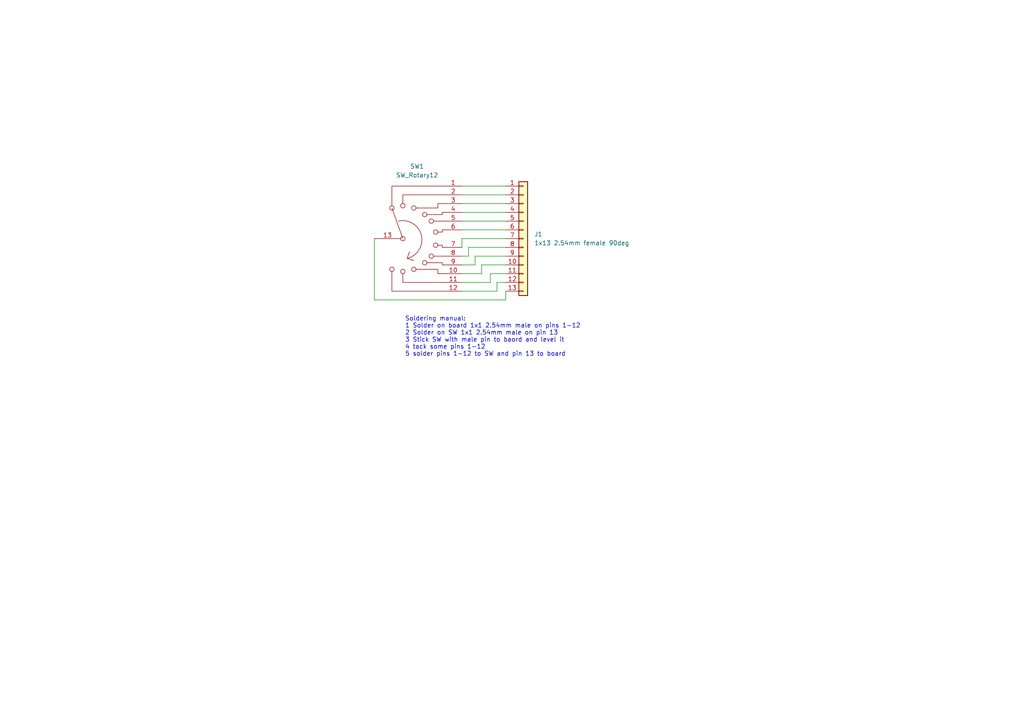
<source format=kicad_sch>
(kicad_sch (version 20211123) (generator eeschema)
  (paper "A4")
  (lib_symbols
    (symbol "Connector_Generic:Conn_01x13" (pin_names (offset 1.016) hide)
      (property "Reference" "J" (at 0 17.78 0))
      (property "Value" "Conn_01x13" (at 0 -17.78 0))
      (symbol "Conn_01x13_1_1"
        (rectangle (start -1.27 -15.113) (end 0 -15.367) (stroke (width 0.1524)))
        (rectangle (start -1.27 -12.573) (end 0 -12.827) (stroke (width 0.1524)))
        (rectangle (start -1.27 -10.033) (end 0 -10.287) (stroke (width 0.1524)))
        (rectangle (start -1.27 -7.493) (end 0 -7.747) (stroke (width 0.1524)))
        (rectangle (start -1.27 -4.953) (end 0 -5.207) (stroke (width 0.1524)))
        (rectangle (start -1.27 -2.413) (end 0 -2.667) (stroke (width 0.1524)))
        (rectangle (start -1.27 0.127) (end 0 -0.127) (stroke (width 0.1524)))
        (rectangle (start -1.27 2.667) (end 0 2.413) (stroke (width 0.1524)))
        (rectangle (start -1.27 5.207) (end 0 4.953) (stroke (width 0.1524)))
        (rectangle (start -1.27 7.747) (end 0 7.493) (stroke (width 0.1524)))
        (rectangle (start -1.27 10.287) (end 0 10.033) (stroke (width 0.1524)))
        (rectangle (start -1.27 12.827) (end 0 12.573) (stroke (width 0.1524)))
        (rectangle (start -1.27 15.367) (end 0 15.113) (stroke (width 0.1524)))
        (rectangle (start -1.27 16.51) (end 1.27 -16.51) (stroke (width 0.254)) (fill (type background)))
        (pin passive line (at -5.08 15.24 0) (length 3.81) (name "Pin_1") (number "1"))
        (pin passive line (at -5.08 -7.62 0) (length 3.81) (name "Pin_10") (number "10"))
        (pin passive line (at -5.08 -10.16 0) (length 3.81) (name "Pin_11") (number "11"))
        (pin passive line (at -5.08 -12.7 0) (length 3.81) (name "Pin_12") (number "12"))
        (pin passive line (at -5.08 -15.24 0) (length 3.81) (name "Pin_13") (number "13"))
        (pin passive line (at -5.08 12.7 0) (length 3.81) (name "Pin_2") (number "2"))
        (pin passive line (at -5.08 10.16 0) (length 3.81) (name "Pin_3") (number "3"))
        (pin passive line (at -5.08 7.62 0) (length 3.81) (name "Pin_4") (number "4"))
        (pin passive line (at -5.08 5.08 0) (length 3.81) (name "Pin_5") (number "5"))
        (pin passive line (at -5.08 2.54 0) (length 3.81) (name "Pin_6") (number "6"))
        (pin passive line (at -5.08 0 0) (length 3.81) (name "Pin_7") (number "7"))
        (pin passive line (at -5.08 -2.54 0) (length 3.81) (name "Pin_8") (number "8"))
        (pin passive line (at -5.08 -5.08 0) (length 3.81) (name "Pin_9") (number "9"))
      )
    )
    (symbol "Switch:SW_Rotary12" (pin_names (offset 1.016) hide)
      (property "Reference" "SW" (at 0 17.78 0))
      (property "Value" "SW_Rotary12" (at 0 -17.78 0))
      (symbol "SW_Rotary12_0_0"
        (circle (center -10.16 -8.89) (radius 0.635))
        (circle (center -10.16 8.89) (radius 0.635))
        (circle (center -6.985 -9.525) (radius 0.635))
        (circle (center -6.985 0) (radius 0.635))
        (circle (center -6.985 9.525) (radius 0.635))
        (arc (start -5.715 -5.715) (mid -1.5995 0.937) (end -8.255 5.08))
        (circle (center -3.81 -8.89) (radius 0.635))
        (circle (center -3.81 8.89) (radius 0.635))
        (circle (center -0.635 -6.985) (radius 0.635))
        (circle (center -0.635 6.985) (radius 0.635))
        (polyline (pts (xy -6.985 0) (xy -10.16 8.89)))
        (polyline (pts (xy -5.715 -5.715) (xy -5.08 -3.81)))
        (polyline (pts (xy -5.715 -5.715) (xy -3.81 -6.35)))
        (polyline (pts (xy 1.905 -5.08) (xy 5.08 -5.08)))
        (polyline (pts (xy 1.905 5.08) (xy 5.08 5.08)))
        (polyline (pts (xy -10.16 -9.525) (xy -10.16 -15.24) (xy 5.08 -15.24)))
        (polyline (pts (xy -10.16 9.525) (xy -10.16 15.24) (xy 5.08 15.24)))
        (polyline (pts (xy -6.985 -10.16) (xy -6.985 -12.7) (xy 5.08 -12.7)))
        (polyline (pts (xy -6.985 10.16) (xy -6.985 12.7) (xy 5.08 12.7)))
        (polyline (pts (xy -3.175 -8.89) (xy 3.175 -8.89) (xy 3.175 -10.16) (xy 5.08 -10.16)))
        (polyline (pts (xy -3.175 8.89) (xy 3.175 8.89) (xy 3.175 10.16) (xy 5.08 10.16)))
        (polyline (pts (xy 0 -6.985) (xy 4.445 -6.985) (xy 4.445 -7.62) (xy 5.08 -7.62)))
        (polyline (pts (xy 0 6.985) (xy 4.445 6.985) (xy 4.445 7.62) (xy 5.08 7.62)))
        (polyline (pts (xy 3.175 -1.905) (xy 4.445 -1.905) (xy 4.445 -2.54) (xy 5.08 -2.54)))
        (polyline (pts (xy 3.175 1.905) (xy 4.445 1.905) (xy 4.445 2.54) (xy 5.08 2.54)))
        (circle (center 1.27 -5.08) (radius 0.635))
        (circle (center 1.27 5.08) (radius 0.635))
        (circle (center 2.54 -1.905) (radius 0.635))
        (circle (center 2.54 1.905) (radius 0.635))
      )
      (symbol "SW_Rotary12_0_1"
        (pin passive line (at 10.16 15.24 180) (length 5.08) (name "1") (number "1"))
        (pin passive line (at 10.16 -10.16 180) (length 5.08) (name "10") (number "10"))
        (pin passive line (at 10.16 -12.7 180) (length 5.08) (name "11") (number "11"))
        (pin passive line (at 10.16 -15.24 180) (length 5.08) (name "12") (number "12"))
        (pin passive line (at -15.24 0 0) (length 7.62) (name "13") (number "13"))
        (pin passive line (at 10.16 12.7 180) (length 5.08) (name "2") (number "2"))
        (pin passive line (at 10.16 10.16 180) (length 5.08) (name "3") (number "3"))
        (pin passive line (at 10.16 7.62 180) (length 5.08) (name "4") (number "4"))
        (pin passive line (at 10.16 5.08 180) (length 5.08) (name "5") (number "5"))
        (pin passive line (at 10.16 2.54 180) (length 5.08) (name "6") (number "6"))
        (pin passive line (at 10.16 -2.54 180) (length 5.08) (name "7") (number "7"))
        (pin passive line (at 10.16 -5.08 180) (length 5.08) (name "8") (number "8"))
        (pin passive line (at 10.16 -7.62 180) (length 5.08) (name "9") (number "9"))
      )
    )
  )
  (wire (pts (xy 133.985 61.595) (xy 146.685 61.595)))
  (wire (pts (xy 108.585 86.995) (xy 108.585 69.215)))
  (wire (pts (xy 142.24 79.375) (xy 146.685 79.375)))
  (wire (pts (xy 142.24 81.915) (xy 142.24 79.375)))
  (wire (pts (xy 133.985 64.135) (xy 146.685 64.135)))
  (wire (pts (xy 133.985 66.675) (xy 146.685 66.675)))
  (wire (pts (xy 144.145 84.455) (xy 144.145 81.915)))
  (wire (pts (xy 133.985 69.215) (xy 146.685 69.215)))
  (wire (pts (xy 133.985 81.915) (xy 142.24 81.915)))
  (wire (pts (xy 139.7 79.375) (xy 139.7 76.835)))
  (wire (pts (xy 135.89 74.295) (xy 135.89 71.755)))
  (wire (pts (xy 139.7 76.835) (xy 146.685 76.835)))
  (wire (pts (xy 137.795 76.835) (xy 137.795 74.295)))
  (wire (pts (xy 133.985 76.835) (xy 137.795 76.835)))
  (wire (pts (xy 133.985 59.055) (xy 146.685 59.055)))
  (wire (pts (xy 144.145 81.915) (xy 146.685 81.915)))
  (wire (pts (xy 146.685 86.995) (xy 108.585 86.995)))
  (wire (pts (xy 133.985 53.975) (xy 146.685 53.975)))
  (wire (pts (xy 133.985 56.515) (xy 146.685 56.515)))
  (wire (pts (xy 137.795 74.295) (xy 146.685 74.295)))
  (wire (pts (xy 135.89 71.755) (xy 146.685 71.755)))
  (wire (pts (xy 133.985 74.295) (xy 135.89 74.295)))
  (wire (pts (xy 133.985 79.375) (xy 139.7 79.375)))
  (wire (pts (xy 133.985 71.755) (xy 133.985 69.215)))
  (wire (pts (xy 133.985 84.455) (xy 144.145 84.455)))
  (wire (pts (xy 146.685 84.455) (xy 146.685 86.995)))
  (text "Soldering manual:\n1 Solder on board 1x1 2.54mm male on pins 1-12\n2 Solder on SW 1x1 2.54mm male on pin 13\n3 Stick SW with male pin to baord and level it\n4 tack some pins 1-12\n5 solder pins 1-12 to SW and pin 13 to board" (at 117.475 103.505 0) (effects (font (size 1.27 1.27)) (justify left bottom)))
  (symbol (lib_id "Connector_Generic:Conn_01x13") (at 151.765 69.215 0) (unit 1)
    (property "Reference" "J1" (at 154.94 67.9449 0) (effects (justify left)))
    (property "Value" "1x13 2.54mm female 90deg" (at 154.94 70.4849 0) (effects (justify left)))
    (property "Footprint" "For_Rasterboard:SW_Rot_1x12_Daughterbrd_Conn" (effects hide))
  )
  (symbol (lib_id "Switch:SW_Rotary12") (at 123.825 69.215 0) (unit 1)
    (property "Reference" "SW1" (at 120.9675 48.26 0))
    (property "Value" "SW_Rotary12" (at 120.9675 50.8 0))
    (property "Footprint" "For_Rasterboard:SW_Rot_1x12" (effects hide))
    (property "Datasheet" "http://cdn-reichelt.de/documents/datenblatt/C200/DS-Serie%23LOR.pdf" (effects hide))
  )
)
</source>
